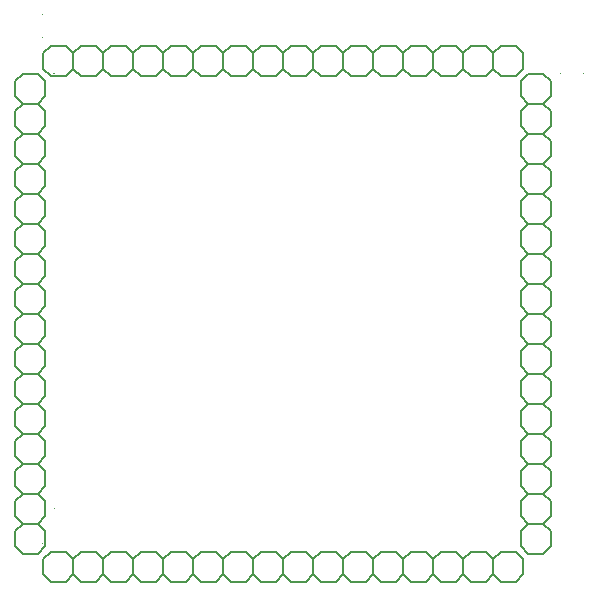
<source format=gbr>
%FSLAX34Y34*%
%MOMM*%
%LNCOPPER_BOTTOM*%
G71*
G01*
%ADD10C, 0.20*%
%ADD11C, 0.08*%
%ADD12C, 0.21*%
%LPD*%
G54D10*
X67001Y967375D02*
X60601Y967375D01*
X54301Y961075D01*
X54301Y948275D01*
X60601Y941975D01*
X73401Y941975D01*
X79701Y948275D01*
X79701Y961075D01*
X73401Y967375D01*
X67001Y967375D01*
G54D10*
X92401Y967375D02*
X86001Y967375D01*
X79701Y961075D01*
X79701Y948275D01*
X86001Y941975D01*
X98801Y941975D01*
X105101Y948275D01*
X105101Y961075D01*
X98801Y967375D01*
X92401Y967375D01*
G54D10*
X117801Y967375D02*
X111401Y967375D01*
X105101Y961075D01*
X105101Y948275D01*
X111401Y941975D01*
X124201Y941975D01*
X130501Y948275D01*
X130501Y961075D01*
X124201Y967375D01*
X117801Y967375D01*
G54D10*
X143201Y967375D02*
X136801Y967375D01*
X130501Y961075D01*
X130501Y948275D01*
X136801Y941975D01*
X149601Y941975D01*
X155901Y948275D01*
X155901Y961075D01*
X149601Y967375D01*
X143201Y967375D01*
G54D10*
X168601Y967375D02*
X162201Y967375D01*
X155901Y961075D01*
X155901Y948275D01*
X162201Y941975D01*
X175001Y941975D01*
X181301Y948275D01*
X181301Y961075D01*
X175001Y967375D01*
X168601Y967375D01*
G54D10*
X194001Y967375D02*
X187601Y967375D01*
X181301Y961075D01*
X181301Y948275D01*
X187601Y941975D01*
X200401Y941975D01*
X206701Y948275D01*
X206701Y961075D01*
X200401Y967375D01*
X194001Y967375D01*
G54D10*
X219401Y967375D02*
X213001Y967375D01*
X206701Y961075D01*
X206701Y948275D01*
X213001Y941975D01*
X225801Y941975D01*
X232101Y948275D01*
X232101Y961075D01*
X225801Y967375D01*
X219401Y967375D01*
G54D10*
X244801Y967375D02*
X238401Y967375D01*
X232101Y961075D01*
X232101Y948275D01*
X238401Y941975D01*
X251201Y941975D01*
X257501Y948275D01*
X257501Y961075D01*
X251201Y967375D01*
X244801Y967375D01*
G54D10*
X270201Y967375D02*
X263801Y967375D01*
X257501Y961075D01*
X257501Y948275D01*
X263801Y941975D01*
X276601Y941975D01*
X282901Y948275D01*
X282901Y961075D01*
X276601Y967375D01*
X270201Y967375D01*
G54D10*
X295601Y967375D02*
X289201Y967375D01*
X282901Y961075D01*
X282901Y948275D01*
X289201Y941975D01*
X302001Y941975D01*
X308301Y948275D01*
X308301Y961075D01*
X302001Y967375D01*
X295601Y967375D01*
G54D10*
X321001Y967375D02*
X314601Y967375D01*
X308301Y961075D01*
X308301Y948275D01*
X314601Y941975D01*
X327401Y941975D01*
X333701Y948275D01*
X333701Y961075D01*
X327401Y967375D01*
X321001Y967375D01*
G54D10*
X346401Y967375D02*
X340001Y967375D01*
X333701Y961075D01*
X333701Y948275D01*
X340001Y941975D01*
X352801Y941975D01*
X359101Y948275D01*
X359101Y961075D01*
X352801Y967375D01*
X346401Y967375D01*
G54D10*
X371801Y967375D02*
X365401Y967375D01*
X359101Y961075D01*
X359101Y948275D01*
X365401Y941975D01*
X378201Y941975D01*
X384501Y948275D01*
X384501Y961075D01*
X378201Y967375D01*
X371801Y967375D01*
G54D10*
X397201Y967375D02*
X390801Y967375D01*
X384501Y961075D01*
X384501Y948275D01*
X390801Y941975D01*
X403601Y941975D01*
X409901Y948275D01*
X409901Y961075D01*
X403601Y967375D01*
X397201Y967375D01*
G54D10*
X422601Y967375D02*
X416201Y967375D01*
X409901Y961075D01*
X409901Y948275D01*
X416201Y941975D01*
X429001Y941975D01*
X435301Y948275D01*
X435301Y961075D01*
X429001Y967375D01*
X422601Y967375D01*
G54D10*
X448000Y967375D02*
X441600Y967375D01*
X435301Y961075D01*
X435301Y948275D01*
X441600Y941975D01*
X454400Y941975D01*
X460701Y948275D01*
X460701Y961075D01*
X454400Y967375D01*
X448000Y967375D01*
G54D11*
X53301Y994375D02*
X53301Y994375D01*
G54D11*
X53301Y974875D02*
X53301Y974875D01*
G54D10*
X66986Y539332D02*
X60586Y539332D01*
X54286Y533032D01*
X54286Y520232D01*
X60586Y513932D01*
X73386Y513932D01*
X79686Y520232D01*
X79686Y533032D01*
X73386Y539332D01*
X66986Y539332D01*
G54D10*
X92386Y539332D02*
X85986Y539332D01*
X79686Y533032D01*
X79686Y520232D01*
X85986Y513932D01*
X98786Y513932D01*
X105086Y520232D01*
X105086Y533032D01*
X98786Y539332D01*
X92386Y539332D01*
G54D10*
X117786Y539332D02*
X111386Y539332D01*
X105086Y533032D01*
X105086Y520232D01*
X111386Y513932D01*
X124186Y513932D01*
X130486Y520232D01*
X130486Y533032D01*
X124186Y539332D01*
X117786Y539332D01*
G54D10*
X143186Y539332D02*
X136786Y539332D01*
X130486Y533032D01*
X130486Y520232D01*
X136786Y513932D01*
X149586Y513932D01*
X155886Y520232D01*
X155886Y533032D01*
X149586Y539332D01*
X143186Y539332D01*
G54D10*
X168586Y539332D02*
X162186Y539332D01*
X155886Y533032D01*
X155886Y520232D01*
X162186Y513932D01*
X174986Y513932D01*
X181286Y520232D01*
X181286Y533032D01*
X174986Y539332D01*
X168586Y539332D01*
G54D10*
X193986Y539332D02*
X187586Y539332D01*
X181286Y533032D01*
X181286Y520232D01*
X187586Y513932D01*
X200386Y513932D01*
X206686Y520232D01*
X206686Y533032D01*
X200386Y539332D01*
X193986Y539332D01*
G54D10*
X219386Y539332D02*
X212986Y539332D01*
X206686Y533032D01*
X206686Y520232D01*
X212986Y513932D01*
X225786Y513932D01*
X232086Y520232D01*
X232086Y533032D01*
X225786Y539332D01*
X219386Y539332D01*
G54D10*
X244786Y539332D02*
X238386Y539332D01*
X232086Y533032D01*
X232086Y520232D01*
X238386Y513932D01*
X251186Y513932D01*
X257486Y520232D01*
X257486Y533032D01*
X251186Y539332D01*
X244786Y539332D01*
G54D10*
X270186Y539332D02*
X263786Y539332D01*
X257486Y533032D01*
X257486Y520232D01*
X263786Y513932D01*
X276586Y513932D01*
X282886Y520232D01*
X282886Y533032D01*
X276586Y539332D01*
X270186Y539332D01*
G54D10*
X295586Y539332D02*
X289186Y539332D01*
X282886Y533032D01*
X282886Y520232D01*
X289186Y513932D01*
X301986Y513932D01*
X308286Y520232D01*
X308286Y533032D01*
X301986Y539332D01*
X295586Y539332D01*
G54D10*
X320986Y539332D02*
X314586Y539332D01*
X308286Y533032D01*
X308286Y520232D01*
X314586Y513932D01*
X327386Y513932D01*
X333686Y520232D01*
X333686Y533032D01*
X327386Y539332D01*
X320986Y539332D01*
G54D10*
X346386Y539332D02*
X339986Y539332D01*
X333686Y533032D01*
X333686Y520232D01*
X339986Y513932D01*
X352786Y513932D01*
X359086Y520232D01*
X359086Y533032D01*
X352786Y539332D01*
X346386Y539332D01*
G54D10*
X371786Y539332D02*
X365386Y539332D01*
X359086Y533032D01*
X359086Y520232D01*
X365386Y513932D01*
X378186Y513932D01*
X384486Y520232D01*
X384486Y533032D01*
X378186Y539332D01*
X371786Y539332D01*
G54D10*
X397186Y539332D02*
X390786Y539332D01*
X384486Y533032D01*
X384486Y520232D01*
X390786Y513932D01*
X403586Y513932D01*
X409886Y520232D01*
X409886Y533032D01*
X403586Y539332D01*
X397186Y539332D01*
G54D10*
X422586Y539332D02*
X416186Y539332D01*
X409886Y533032D01*
X409886Y520232D01*
X416186Y513932D01*
X428986Y513932D01*
X435286Y520232D01*
X435286Y533032D01*
X428986Y539332D01*
X422586Y539332D01*
G54D10*
X447986Y539332D02*
X441586Y539332D01*
X435286Y533032D01*
X435286Y520232D01*
X441586Y513932D01*
X454386Y513932D01*
X460686Y520232D01*
X460686Y533032D01*
X454386Y539332D01*
X447986Y539332D01*
G54D11*
X63286Y576332D02*
X63286Y576332D01*
G54D11*
X53286Y546832D02*
X53286Y546832D01*
G54D10*
X56233Y931216D02*
X56233Y937616D01*
X49933Y943916D01*
X37133Y943916D01*
X30833Y937616D01*
X30833Y924816D01*
X37133Y918516D01*
X49933Y918516D01*
X56233Y924816D01*
X56233Y931216D01*
G54D10*
X56233Y905816D02*
X56233Y912216D01*
X49933Y918516D01*
X37133Y918516D01*
X30833Y912216D01*
X30833Y899416D01*
X37133Y893116D01*
X49933Y893116D01*
X56233Y899416D01*
X56233Y905816D01*
G54D10*
X56233Y880416D02*
X56233Y886816D01*
X49933Y893116D01*
X37133Y893116D01*
X30833Y886816D01*
X30833Y874016D01*
X37133Y867716D01*
X49933Y867716D01*
X56233Y874016D01*
X56233Y880416D01*
G54D10*
X56233Y855016D02*
X56233Y861416D01*
X49933Y867716D01*
X37133Y867716D01*
X30833Y861416D01*
X30833Y848616D01*
X37133Y842316D01*
X49933Y842316D01*
X56233Y848616D01*
X56233Y855016D01*
G54D10*
X56233Y829616D02*
X56233Y836016D01*
X49933Y842316D01*
X37133Y842316D01*
X30833Y836016D01*
X30833Y823216D01*
X37133Y816916D01*
X49933Y816916D01*
X56233Y823216D01*
X56233Y829616D01*
G54D10*
X56233Y804216D02*
X56233Y810616D01*
X49933Y816916D01*
X37133Y816916D01*
X30833Y810616D01*
X30833Y797816D01*
X37133Y791516D01*
X49933Y791516D01*
X56233Y797816D01*
X56233Y804216D01*
G54D10*
X56233Y778816D02*
X56233Y785216D01*
X49933Y791516D01*
X37133Y791516D01*
X30833Y785216D01*
X30833Y772416D01*
X37133Y766116D01*
X49933Y766116D01*
X56233Y772416D01*
X56233Y778816D01*
G54D10*
X56233Y753416D02*
X56233Y759816D01*
X49933Y766116D01*
X37133Y766116D01*
X30833Y759816D01*
X30833Y747016D01*
X37133Y740716D01*
X49933Y740716D01*
X56233Y747016D01*
X56233Y753416D01*
G54D10*
X56233Y728016D02*
X56233Y734416D01*
X49933Y740716D01*
X37133Y740716D01*
X30833Y734416D01*
X30833Y721616D01*
X37133Y715316D01*
X49933Y715316D01*
X56233Y721616D01*
X56233Y728016D01*
G54D10*
X56233Y702616D02*
X56233Y709016D01*
X49933Y715316D01*
X37133Y715316D01*
X30833Y709016D01*
X30833Y696216D01*
X37133Y689916D01*
X49933Y689916D01*
X56233Y696216D01*
X56233Y702616D01*
G54D10*
X56233Y677216D02*
X56233Y683616D01*
X49933Y689916D01*
X37133Y689916D01*
X30833Y683616D01*
X30833Y670816D01*
X37133Y664516D01*
X49933Y664516D01*
X56233Y670816D01*
X56233Y677216D01*
G54D10*
X56233Y651816D02*
X56233Y658216D01*
X49933Y664516D01*
X37133Y664516D01*
X30833Y658216D01*
X30833Y645416D01*
X37133Y639116D01*
X49933Y639116D01*
X56233Y645416D01*
X56233Y651816D01*
G54D10*
X56233Y626416D02*
X56233Y632816D01*
X49933Y639116D01*
X37133Y639116D01*
X30833Y632816D01*
X30833Y620016D01*
X37133Y613716D01*
X49933Y613716D01*
X56233Y620016D01*
X56233Y626416D01*
G54D10*
X56233Y601016D02*
X56233Y607416D01*
X49933Y613716D01*
X37133Y613716D01*
X30833Y607416D01*
X30833Y594616D01*
X37133Y588316D01*
X49933Y588316D01*
X56233Y594616D01*
X56233Y601016D01*
G54D10*
X56233Y575616D02*
X56233Y582016D01*
X49933Y588316D01*
X37133Y588316D01*
X30833Y582016D01*
X30833Y569216D01*
X37133Y562916D01*
X49933Y562916D01*
X56233Y569216D01*
X56233Y575616D01*
G54D10*
X56233Y550216D02*
X56233Y556616D01*
X49933Y562916D01*
X37133Y562916D01*
X30833Y556616D01*
X30833Y543816D01*
X37133Y537516D01*
X49933Y537516D01*
X56233Y543816D01*
X56233Y550216D01*
G54D12*
X83233Y944916D02*
X83233Y944916D01*
G54D12*
X63733Y944916D02*
X63733Y944916D01*
G54D10*
X484164Y931211D02*
X484164Y937611D01*
X477864Y943911D01*
X465064Y943911D01*
X458764Y937611D01*
X458764Y924811D01*
X465064Y918511D01*
X477864Y918511D01*
X484164Y924811D01*
X484164Y931211D01*
G54D10*
X484164Y905811D02*
X484164Y912211D01*
X477864Y918511D01*
X465064Y918511D01*
X458764Y912211D01*
X458764Y899411D01*
X465064Y893111D01*
X477864Y893111D01*
X484164Y899411D01*
X484164Y905811D01*
G54D10*
X484164Y880411D02*
X484164Y886811D01*
X477864Y893111D01*
X465064Y893111D01*
X458764Y886811D01*
X458764Y874011D01*
X465064Y867711D01*
X477864Y867711D01*
X484164Y874011D01*
X484164Y880411D01*
G54D10*
X484164Y855011D02*
X484164Y861411D01*
X477864Y867711D01*
X465064Y867711D01*
X458764Y861411D01*
X458764Y848611D01*
X465064Y842311D01*
X477864Y842311D01*
X484164Y848611D01*
X484164Y855011D01*
G54D10*
X484164Y829611D02*
X484164Y836011D01*
X477864Y842311D01*
X465064Y842311D01*
X458764Y836011D01*
X458764Y823211D01*
X465064Y816911D01*
X477864Y816911D01*
X484164Y823211D01*
X484164Y829611D01*
G54D10*
X484164Y804211D02*
X484164Y810611D01*
X477864Y816911D01*
X465064Y816911D01*
X458764Y810611D01*
X458764Y797811D01*
X465064Y791511D01*
X477864Y791511D01*
X484164Y797811D01*
X484164Y804211D01*
G54D10*
X484164Y778811D02*
X484164Y785211D01*
X477864Y791511D01*
X465064Y791511D01*
X458764Y785211D01*
X458764Y772411D01*
X465064Y766111D01*
X477864Y766111D01*
X484164Y772411D01*
X484164Y778811D01*
G54D10*
X484164Y753411D02*
X484164Y759811D01*
X477864Y766111D01*
X465064Y766111D01*
X458764Y759811D01*
X458764Y747011D01*
X465064Y740711D01*
X477864Y740711D01*
X484164Y747011D01*
X484164Y753411D01*
G54D10*
X484164Y728011D02*
X484164Y734411D01*
X477864Y740711D01*
X465064Y740711D01*
X458764Y734411D01*
X458764Y721611D01*
X465064Y715311D01*
X477864Y715311D01*
X484164Y721611D01*
X484164Y728011D01*
G54D10*
X484164Y702611D02*
X484164Y709011D01*
X477864Y715311D01*
X465064Y715311D01*
X458764Y709011D01*
X458764Y696211D01*
X465064Y689911D01*
X477864Y689911D01*
X484164Y696211D01*
X484164Y702611D01*
G54D10*
X484164Y677211D02*
X484164Y683611D01*
X477864Y689911D01*
X465064Y689911D01*
X458764Y683611D01*
X458764Y670811D01*
X465064Y664511D01*
X477864Y664511D01*
X484164Y670811D01*
X484164Y677211D01*
G54D10*
X484164Y651811D02*
X484164Y658211D01*
X477864Y664511D01*
X465064Y664511D01*
X458764Y658211D01*
X458764Y645411D01*
X465064Y639111D01*
X477864Y639111D01*
X484164Y645411D01*
X484164Y651811D01*
G54D10*
X484164Y626411D02*
X484164Y632811D01*
X477864Y639111D01*
X465064Y639111D01*
X458764Y632811D01*
X458764Y620011D01*
X465064Y613711D01*
X477864Y613711D01*
X484164Y620011D01*
X484164Y626411D01*
G54D10*
X484164Y601011D02*
X484164Y607411D01*
X477864Y613711D01*
X465064Y613711D01*
X458764Y607411D01*
X458764Y594611D01*
X465064Y588311D01*
X477864Y588311D01*
X484164Y594611D01*
X484164Y601011D01*
G54D10*
X484164Y575611D02*
X484164Y582011D01*
X477864Y588311D01*
X465064Y588311D01*
X458764Y582011D01*
X458763Y569211D01*
X465064Y562911D01*
X477864Y562911D01*
X484164Y569211D01*
X484164Y575611D01*
G54D10*
X484164Y550211D02*
X484164Y556611D01*
X477864Y562911D01*
X465064Y562911D01*
X458764Y556611D01*
X458764Y543811D01*
X465064Y537511D01*
X477864Y537511D01*
X484164Y543811D01*
X484164Y550211D01*
G54D11*
X511164Y944911D02*
X511164Y944911D01*
G54D11*
X491664Y944911D02*
X491664Y944911D01*
M02*

</source>
